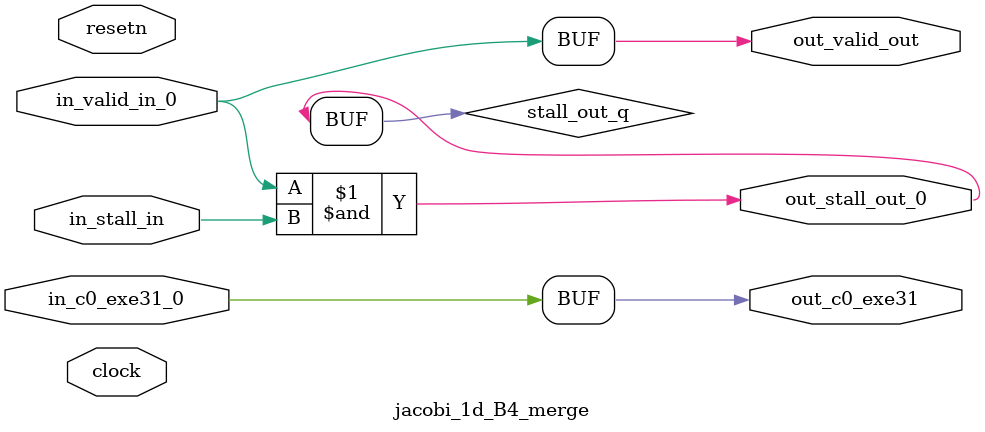
<source format=sv>



(* altera_attribute = "-name AUTO_SHIFT_REGISTER_RECOGNITION OFF; -name MESSAGE_DISABLE 10036; -name MESSAGE_DISABLE 10037; -name MESSAGE_DISABLE 14130; -name MESSAGE_DISABLE 14320; -name MESSAGE_DISABLE 15400; -name MESSAGE_DISABLE 14130; -name MESSAGE_DISABLE 10036; -name MESSAGE_DISABLE 12020; -name MESSAGE_DISABLE 12030; -name MESSAGE_DISABLE 12010; -name MESSAGE_DISABLE 12110; -name MESSAGE_DISABLE 14320; -name MESSAGE_DISABLE 13410; -name MESSAGE_DISABLE 113007; -name MESSAGE_DISABLE 10958" *)
module jacobi_1d_B4_merge (
    input wire [0:0] in_c0_exe31_0,
    input wire [0:0] in_stall_in,
    input wire [0:0] in_valid_in_0,
    output wire [0:0] out_c0_exe31,
    output wire [0:0] out_stall_out_0,
    output wire [0:0] out_valid_out,
    input wire clock,
    input wire resetn
    );

    wire [0:0] stall_out_q;


    // out_c0_exe31(GPOUT,5)
    assign out_c0_exe31 = in_c0_exe31_0;

    // stall_out(LOGICAL,8)
    assign stall_out_q = in_valid_in_0 & in_stall_in;

    // out_stall_out_0(GPOUT,6)
    assign out_stall_out_0 = stall_out_q;

    // out_valid_out(GPOUT,7)
    assign out_valid_out = in_valid_in_0;

endmodule

</source>
